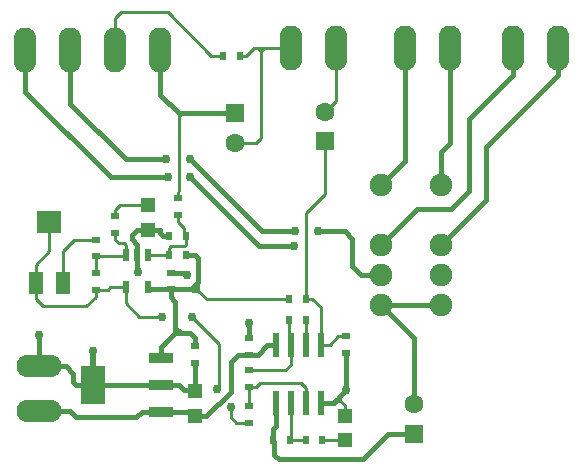
<source format=gtl>
G04 #@! TF.GenerationSoftware,KiCad,Pcbnew,(5.1.0)-1*
G04 #@! TF.CreationDate,2019-04-13T18:44:09-04:00*
G04 #@! TF.ProjectId,SCH1110 - IO Module PCB,53434831-3131-4302-902d-20494f204d6f,-*
G04 #@! TF.SameCoordinates,Original*
G04 #@! TF.FileFunction,Copper,L1,Top*
G04 #@! TF.FilePolarity,Positive*
%FSLAX46Y46*%
G04 Gerber Fmt 4.6, Leading zero omitted, Abs format (unit mm)*
G04 Created by KiCad (PCBNEW (5.1.0)-1) date 2019-04-13 18:44:09*
%MOMM*%
%LPD*%
G04 APERTURE LIST*
%ADD10O,3.810000X1.905000*%
%ADD11R,1.200000X1.200000*%
%ADD12C,1.600000*%
%ADD13R,1.600000X1.600000*%
%ADD14R,0.800000X0.600000*%
%ADD15O,1.905000X3.810000*%
%ADD16C,1.905000*%
%ADD17R,0.600000X0.800000*%
%ADD18R,1.300000X1.900000*%
%ADD19R,2.000000X1.900000*%
%ADD20R,0.600000X2.000000*%
%ADD21R,0.600000X1.050000*%
%ADD22R,2.150000X0.950000*%
%ADD23R,2.150000X3.250000*%
%ADD24C,0.762000*%
%ADD25C,0.381000*%
%ADD26C,0.254000*%
%ADD27C,0.508000*%
G04 APERTURE END LIST*
D10*
X105283000Y-86868000D03*
X105283000Y-83058000D03*
D11*
X131191000Y-89315000D03*
X131191000Y-87215000D03*
D12*
X137033000Y-86273000D03*
D13*
X137033000Y-88773000D03*
X121920000Y-61635000D03*
D12*
X121920000Y-64135000D03*
D14*
X117094000Y-68831000D03*
X117094000Y-70231000D03*
D11*
X114554000Y-69401000D03*
X114554000Y-71501000D03*
D14*
X110109000Y-75181000D03*
X110109000Y-76581000D03*
D11*
X118491000Y-87249000D03*
X118491000Y-85149000D03*
D14*
X118491000Y-82742000D03*
X118491000Y-81342000D03*
X116459000Y-75119000D03*
X116459000Y-76519000D03*
X123063000Y-82045000D03*
X123063000Y-80645000D03*
D15*
X130429000Y-56134000D03*
X126619000Y-56134000D03*
X145415000Y-56134000D03*
X149225000Y-56134000D03*
X136271000Y-56134000D03*
X140081000Y-56134000D03*
X115570000Y-56261000D03*
X111760000Y-56261000D03*
X107950000Y-56261000D03*
X104140000Y-56261000D03*
D16*
X139319000Y-67691000D03*
X139319000Y-72771000D03*
X139319000Y-75311000D03*
X139319000Y-77851000D03*
X134239000Y-77851000D03*
X134239000Y-72771000D03*
X134239000Y-75311000D03*
X134239000Y-67691000D03*
D17*
X120901000Y-56769000D03*
X122301000Y-56769000D03*
X127889000Y-77343000D03*
X126489000Y-77343000D03*
D14*
X131318000Y-80518000D03*
X131318000Y-81918000D03*
D17*
X117729000Y-73660000D03*
X116329000Y-73660000D03*
X117732000Y-72009000D03*
X116332000Y-72009000D03*
D14*
X111760000Y-70358000D03*
X111760000Y-71758000D03*
X110109000Y-73725000D03*
X110109000Y-72325000D03*
X123063000Y-83374000D03*
X123063000Y-84774000D03*
X123063000Y-86422000D03*
X123063000Y-87822000D03*
D17*
X127886000Y-89281000D03*
X129286000Y-89281000D03*
X125157000Y-89281000D03*
X126557000Y-89281000D03*
D18*
X105022000Y-75966000D03*
D19*
X106172000Y-70866000D03*
D18*
X107322000Y-75966000D03*
D20*
X125349000Y-86143000D03*
X126619000Y-86143000D03*
X129159000Y-86143000D03*
X129159000Y-81243000D03*
X127889000Y-81243000D03*
X126619000Y-81243000D03*
X125349000Y-81243000D03*
X127889000Y-86143000D03*
D21*
X114568000Y-76346000D03*
X112668000Y-76346000D03*
X112668000Y-73646000D03*
X113618000Y-73646000D03*
X114568000Y-73646000D03*
D22*
X115676000Y-82303000D03*
X115676000Y-84603000D03*
X115676000Y-86903000D03*
D23*
X109876000Y-84603000D03*
D13*
X129540000Y-64008000D03*
D12*
X129540000Y-61508000D03*
D17*
X127889000Y-79121000D03*
X126489000Y-79121000D03*
D24*
X109876000Y-81767000D03*
X117856000Y-75311000D03*
X113665000Y-75057000D03*
X131318000Y-85090000D03*
X123063000Y-79375000D03*
X105283000Y-80391000D03*
X115697000Y-78867000D03*
X118237000Y-78867000D03*
X120396000Y-84963000D03*
X121539000Y-86487000D03*
X128905000Y-71628000D03*
X127000000Y-71628000D03*
X118110000Y-65532000D03*
X116078000Y-65532000D03*
X116205000Y-67056000D03*
X118110000Y-67056000D03*
X126873000Y-72898000D03*
D25*
X115570000Y-56261000D02*
X115570000Y-60071000D01*
X115570000Y-60071000D02*
X117134000Y-61635000D01*
D26*
X117094000Y-68277000D02*
X117134000Y-68237000D01*
X117094000Y-68831000D02*
X117094000Y-68277000D01*
X117388000Y-61635000D02*
X117134000Y-61889000D01*
X117134000Y-61889000D02*
X117134000Y-61635000D01*
X117134000Y-68237000D02*
X117134000Y-61889000D01*
D25*
X117388000Y-61635000D02*
X121920000Y-61635000D01*
X117134000Y-61635000D02*
X117388000Y-61635000D01*
D26*
X122301000Y-56669000D02*
X122301000Y-56769000D01*
X123490000Y-56134000D02*
X123825000Y-56134000D01*
X122855000Y-56769000D02*
X123490000Y-56134000D01*
X122301000Y-56769000D02*
X122855000Y-56769000D01*
X126619000Y-56134000D02*
X124333000Y-56134000D01*
X124333000Y-56134000D02*
X124079000Y-56134000D01*
X124079000Y-56134000D02*
X123825000Y-56134000D01*
X124333000Y-56134000D02*
X124079000Y-56388000D01*
X124079000Y-56388000D02*
X124079000Y-56134000D01*
X123825000Y-56134000D02*
X124079000Y-56388000D01*
X123698000Y-64135000D02*
X121920000Y-64135000D01*
X124079000Y-56388000D02*
X124079000Y-63754000D01*
X124079000Y-63754000D02*
X123698000Y-64135000D01*
X117094000Y-70785000D02*
X117602000Y-71293000D01*
X117094000Y-70231000D02*
X117094000Y-70785000D01*
X117602000Y-71293000D02*
X117602000Y-71755000D01*
X117602000Y-71755000D02*
X117729000Y-71882000D01*
X117729000Y-71882000D02*
X117729000Y-72009000D01*
X116456001Y-72878999D02*
X117621001Y-72878999D01*
X116329000Y-73660000D02*
X116329000Y-73006000D01*
X116329000Y-73006000D02*
X116456001Y-72878999D01*
X117732000Y-72768000D02*
X117732000Y-72009000D01*
X117621001Y-72878999D02*
X117732000Y-72768000D01*
X114582000Y-73660000D02*
X114568000Y-73646000D01*
X116329000Y-73660000D02*
X114582000Y-73660000D01*
X111760000Y-69804000D02*
X111760000Y-70358000D01*
X112163000Y-69401000D02*
X111760000Y-69804000D01*
X114554000Y-69401000D02*
X112163000Y-69401000D01*
D25*
X115535000Y-71501000D02*
X114554000Y-71501000D01*
X115535000Y-71720000D02*
X115535000Y-71501000D01*
X116332000Y-72009000D02*
X115824000Y-72009000D01*
X115824000Y-72009000D02*
X115535000Y-71720000D01*
X113618000Y-72740000D02*
X113157000Y-72279000D01*
X113618000Y-73646000D02*
X113618000Y-72740000D01*
X113573000Y-71501000D02*
X114554000Y-71501000D01*
X113157000Y-71917000D02*
X113573000Y-71501000D01*
X113157000Y-72279000D02*
X113157000Y-71917000D01*
X111332000Y-84603000D02*
X115676000Y-84603000D01*
X109876000Y-84603000D02*
X111332000Y-84603000D01*
X117132000Y-84603000D02*
X117619000Y-85090000D01*
X115676000Y-84603000D02*
X117132000Y-84603000D01*
X118432000Y-85090000D02*
X118491000Y-85149000D01*
X117619000Y-85090000D02*
X118432000Y-85090000D01*
X118491000Y-82742000D02*
X118491000Y-85149000D01*
X129286000Y-86270000D02*
X129159000Y-86143000D01*
D27*
X109876000Y-84603000D02*
X109876000Y-81767000D01*
D25*
X116459000Y-75119000D02*
X117664000Y-75119000D01*
X117664000Y-75119000D02*
X117856000Y-75311000D01*
X113618000Y-73646000D02*
X113618000Y-75010000D01*
X113618000Y-75010000D02*
X113665000Y-75057000D01*
X131318000Y-81918000D02*
X131318000Y-85090000D01*
X129159000Y-86143000D02*
X130265000Y-86143000D01*
X123063000Y-80645000D02*
X123063000Y-79375000D01*
D26*
X130619500Y-85789500D02*
X130619500Y-85788500D01*
X131191000Y-87215000D02*
X131191000Y-86361000D01*
X130810000Y-85979000D02*
X130809500Y-85979500D01*
X130810000Y-85598000D02*
X130810000Y-85979000D01*
X130809500Y-85979500D02*
X130619500Y-85789500D01*
X131191000Y-86361000D02*
X130809500Y-85979500D01*
D25*
X130810000Y-85598000D02*
X131318000Y-85090000D01*
X130619500Y-85788500D02*
X130810000Y-85598000D01*
D26*
X130556500Y-85979500D02*
X130492500Y-85915500D01*
X130809500Y-85979500D02*
X130556500Y-85979500D01*
D25*
X130265000Y-86143000D02*
X130492500Y-85915500D01*
X130492500Y-85915500D02*
X130619500Y-85788500D01*
X107569000Y-83058000D02*
X108204000Y-83693000D01*
X105283000Y-83058000D02*
X107569000Y-83058000D01*
X108420000Y-84603000D02*
X109876000Y-84603000D01*
X108204000Y-84387000D02*
X108420000Y-84603000D01*
X108204000Y-83693000D02*
X108204000Y-84387000D01*
X105283000Y-83058000D02*
X105283000Y-80391000D01*
D26*
X110109000Y-75181000D02*
X110109000Y-73725000D01*
X112589000Y-73725000D02*
X112668000Y-73646000D01*
X110109000Y-73725000D02*
X112589000Y-73725000D01*
X111760000Y-72312000D02*
X112092000Y-72644000D01*
X111760000Y-71758000D02*
X111760000Y-72312000D01*
X112092000Y-72644000D02*
X112522000Y-72644000D01*
X112668000Y-72790000D02*
X112668000Y-73646000D01*
X112522000Y-72644000D02*
X112668000Y-72790000D01*
X112668000Y-76346000D02*
X111360000Y-76346000D01*
X111125000Y-76581000D02*
X110109000Y-76581000D01*
X111360000Y-76346000D02*
X111125000Y-76581000D01*
X110109000Y-77135000D02*
X109266000Y-77978000D01*
X110109000Y-76581000D02*
X110109000Y-77135000D01*
X109266000Y-77978000D02*
X105664000Y-77978000D01*
X105022000Y-77336000D02*
X105022000Y-75966000D01*
X105664000Y-77978000D02*
X105022000Y-77336000D01*
X105022000Y-75966000D02*
X105022000Y-74429000D01*
X106172000Y-73279000D02*
X106172000Y-70866000D01*
X105022000Y-74429000D02*
X106172000Y-73279000D01*
X112668000Y-77125000D02*
X112649000Y-77144000D01*
X112668000Y-76346000D02*
X112668000Y-77125000D01*
X112649000Y-77144000D02*
X112649000Y-77724000D01*
X112649000Y-77724000D02*
X113792000Y-78867000D01*
X113792000Y-78867000D02*
X115697000Y-78867000D01*
X120523000Y-84836000D02*
X120396000Y-84963000D01*
X118237000Y-78867000D02*
X120523000Y-81153000D01*
X120523000Y-81153000D02*
X120523000Y-84836000D01*
X121985000Y-87822000D02*
X123063000Y-87822000D01*
X121539000Y-86487000D02*
X121539000Y-87376000D01*
X121539000Y-87376000D02*
X121985000Y-87822000D01*
D25*
X124646000Y-81243000D02*
X125349000Y-81243000D01*
X123063000Y-82045000D02*
X123844000Y-82045000D01*
X123844000Y-82045000D02*
X124646000Y-81243000D01*
X118145000Y-86903000D02*
X118491000Y-87249000D01*
X115676000Y-86903000D02*
X118145000Y-86903000D01*
X119472000Y-87249000D02*
X121539000Y-85182000D01*
X118491000Y-87249000D02*
X119472000Y-87249000D01*
X121539000Y-85182000D02*
X121539000Y-82677000D01*
X122171000Y-82045000D02*
X123063000Y-82045000D01*
X121539000Y-82677000D02*
X122171000Y-82045000D01*
X114011000Y-86903000D02*
X115676000Y-86903000D01*
X113538000Y-87376000D02*
X114011000Y-86903000D01*
X108458000Y-87376000D02*
X113538000Y-87376000D01*
X105283000Y-86868000D02*
X107950000Y-86868000D01*
X107950000Y-86868000D02*
X108458000Y-87376000D01*
X114741000Y-76519000D02*
X114568000Y-76346000D01*
X116459000Y-76519000D02*
X114741000Y-76519000D01*
X115676000Y-81447000D02*
X116859000Y-80264000D01*
X115676000Y-82303000D02*
X115676000Y-81447000D01*
X118491000Y-80645000D02*
X118491000Y-81342000D01*
X118110000Y-80264000D02*
X118491000Y-80645000D01*
X116459000Y-77200000D02*
X116859000Y-77600000D01*
X116459000Y-76519000D02*
X116459000Y-77200000D01*
X116859000Y-79775000D02*
X117348000Y-80264000D01*
X117348000Y-80264000D02*
X118110000Y-80264000D01*
X116859000Y-80264000D02*
X117348000Y-80264000D01*
X116859000Y-79775000D02*
X116859000Y-80264000D01*
X116859000Y-77600000D02*
X116859000Y-79775000D01*
X118491000Y-73660000D02*
X117729000Y-73660000D01*
X118745000Y-73914000D02*
X118491000Y-73660000D01*
X118745000Y-75946000D02*
X118745000Y-73914000D01*
X116459000Y-76519000D02*
X118172000Y-76519000D01*
D26*
X126489000Y-77343000D02*
X119507000Y-77343000D01*
D25*
X118172000Y-76519000D02*
X118427500Y-76263500D01*
X118618000Y-76073000D02*
X118745000Y-75946000D01*
X118427500Y-76263500D02*
X118618000Y-76073000D01*
D26*
X118173500Y-76517500D02*
X118172000Y-76519000D01*
X118618000Y-76454000D02*
X118681500Y-76517500D01*
X118300500Y-76644500D02*
X118173500Y-76517500D01*
X118808500Y-76644500D02*
X118300500Y-76644500D01*
X118808500Y-76644500D02*
X118681500Y-76517500D01*
X119507000Y-77343000D02*
X118808500Y-76644500D01*
X118808500Y-76009500D02*
X118745000Y-75946000D01*
X118808500Y-76644500D02*
X118808500Y-76009500D01*
X118554500Y-76390500D02*
X118618000Y-76327000D01*
X118554500Y-76390500D02*
X118427500Y-76263500D01*
X118681500Y-76517500D02*
X118554500Y-76390500D01*
X118618000Y-76327000D02*
X118491000Y-76454000D01*
D25*
X135586038Y-77851000D02*
X139319000Y-77851000D01*
X134239000Y-77851000D02*
X135586038Y-77851000D01*
X137033000Y-80645000D02*
X134239000Y-77851000D01*
X137033000Y-86273000D02*
X137033000Y-80645000D01*
D26*
X125157000Y-89381000D02*
X125095000Y-89443000D01*
X125157000Y-89281000D02*
X125157000Y-89381000D01*
D25*
X125157000Y-88330000D02*
X125157000Y-89281000D01*
X125349000Y-86143000D02*
X125349000Y-88138000D01*
X125349000Y-88138000D02*
X125157000Y-88330000D01*
X134874000Y-88773000D02*
X137033000Y-88773000D01*
X132715000Y-90932000D02*
X134874000Y-88773000D01*
X125603000Y-90932000D02*
X132715000Y-90932000D01*
X125222000Y-90551000D02*
X125603000Y-90932000D01*
X125157000Y-89381000D02*
X125222000Y-89446000D01*
X125222000Y-89446000D02*
X125222000Y-90551000D01*
D26*
X130429000Y-60619000D02*
X129540000Y-61508000D01*
X130429000Y-56134000D02*
X130429000Y-60619000D01*
D25*
X145415000Y-58420000D02*
X141732000Y-62103000D01*
X145415000Y-56134000D02*
X145415000Y-58420000D01*
X141732000Y-62103000D02*
X141732000Y-68199000D01*
X141732000Y-68199000D02*
X140208000Y-69723000D01*
X137287000Y-69723000D02*
X134239000Y-72771000D01*
X140208000Y-69723000D02*
X137287000Y-69723000D01*
X149225000Y-58420000D02*
X143129000Y-64516000D01*
X149225000Y-56134000D02*
X149225000Y-58420000D01*
X143129000Y-68961000D02*
X139319000Y-72771000D01*
X143129000Y-64516000D02*
X143129000Y-68961000D01*
X136271000Y-65659000D02*
X134239000Y-67691000D01*
X136271000Y-56134000D02*
X136271000Y-65659000D01*
X140081000Y-56134000D02*
X140081000Y-64135000D01*
X139319000Y-64897000D02*
X139319000Y-67691000D01*
X140081000Y-64135000D02*
X139319000Y-64897000D01*
D27*
X140081000Y-56134000D02*
X140081000Y-55181500D01*
D26*
X111760000Y-55308500D02*
X111760000Y-56261000D01*
X120901000Y-56769000D02*
X119888000Y-56769000D01*
X119888000Y-56769000D02*
X116205000Y-53086000D01*
X116205000Y-53086000D02*
X112268000Y-53086000D01*
X111760000Y-53594000D02*
X111760000Y-56261000D01*
X112268000Y-53086000D02*
X111760000Y-53594000D01*
D25*
X127000000Y-71628000D02*
X126461185Y-71628000D01*
X126461185Y-71628000D02*
X124206000Y-71628000D01*
X124206000Y-71628000D02*
X118110000Y-65532000D01*
X107950000Y-60833000D02*
X107950000Y-56261000D01*
X116078000Y-65532000D02*
X112649000Y-65532000D01*
X112649000Y-65532000D02*
X107950000Y-60833000D01*
X134239000Y-75311000D02*
X132588000Y-75311000D01*
X132588000Y-75311000D02*
X131826000Y-74549000D01*
X131826000Y-74549000D02*
X131826000Y-72263000D01*
X131826000Y-72263000D02*
X131191000Y-71628000D01*
X131191000Y-71628000D02*
X128905000Y-71628000D01*
X116205000Y-67056000D02*
X111379000Y-67056000D01*
X126873000Y-72898000D02*
X123952000Y-72898000D01*
X111379000Y-67056000D02*
X104140000Y-59817000D01*
X104140000Y-59817000D02*
X104140000Y-56261000D01*
X123952000Y-72898000D02*
X118110000Y-67056000D01*
D26*
X110109000Y-72325000D02*
X108269000Y-72325000D01*
X107322000Y-73272000D02*
X107322000Y-75966000D01*
X108269000Y-72325000D02*
X107322000Y-73272000D01*
X123063000Y-84774000D02*
X123063000Y-86422000D01*
X127889000Y-84889000D02*
X127889000Y-86143000D01*
X127455000Y-84455000D02*
X127889000Y-84889000D01*
X124036000Y-84455000D02*
X127455000Y-84455000D01*
X123717000Y-84774000D02*
X124036000Y-84455000D01*
X123063000Y-84774000D02*
X123717000Y-84774000D01*
X126619000Y-89219000D02*
X126557000Y-89281000D01*
X126619000Y-86143000D02*
X126619000Y-89219000D01*
X126557000Y-89281000D02*
X127886000Y-89281000D01*
X126489000Y-81113000D02*
X126619000Y-81243000D01*
X126489000Y-79121000D02*
X126489000Y-81113000D01*
X123063000Y-83374000D02*
X126176000Y-83374000D01*
X126619000Y-82931000D02*
X126619000Y-81243000D01*
X126176000Y-83374000D02*
X126619000Y-82931000D01*
X127889000Y-79121000D02*
X127889000Y-81243000D01*
X130664000Y-80518000D02*
X129921000Y-81261000D01*
X131318000Y-80518000D02*
X130664000Y-80518000D01*
X129903000Y-81243000D02*
X129159000Y-81243000D01*
X129921000Y-81261000D02*
X129903000Y-81243000D01*
X129159000Y-79989000D02*
X129159000Y-81243000D01*
X129159000Y-78059000D02*
X129159000Y-79989000D01*
X128443000Y-77343000D02*
X129159000Y-78059000D01*
X127889000Y-77343000D02*
X128443000Y-77343000D01*
X127889000Y-70104000D02*
X127889000Y-77343000D01*
X129540000Y-64008000D02*
X129540000Y-68453000D01*
X129540000Y-68453000D02*
X127889000Y-70104000D01*
X131157000Y-89281000D02*
X131191000Y-89315000D01*
X129286000Y-89281000D02*
X131157000Y-89281000D01*
M02*

</source>
